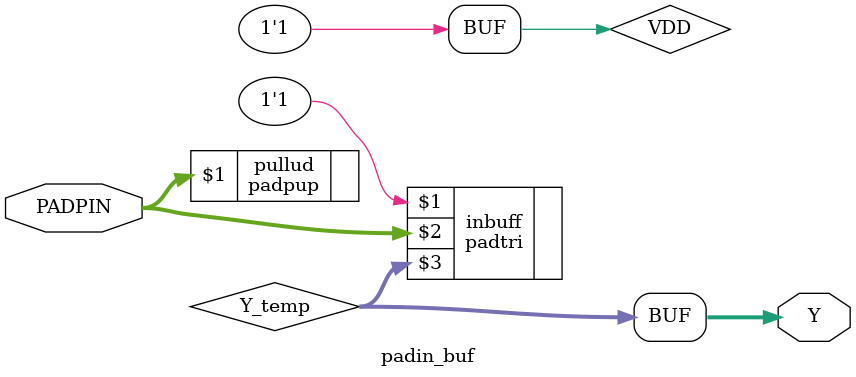
<source format=v>
module padin_buf(PADPIN,Y);
  parameter M = 7;
  parameter N = 0;
  parameter SLIM_FLAG = 0;
  parameter LEVEL_SHIFTING = 0;
  parameter SCHMITT_TRIGGER = 0;
  parameter PULL_TYPE = "None";
  parameter YPITCH = "4MA";
  parameter
        d_PADPIN = 1,
        d_Y = 1;
  inout [M:N] PADPIN;
  output [M:N] Y;
  wire [M:N] PADPIN_temp;
  wire [M:N] Y_temp;
  supply1  VDD;
  assign #(d_Y) Y = Y_temp;
  padpup #(M,N,PULL_TYPE) pullud (PADPIN);
  padtri #(M,N) inbuff (VDD,PADPIN,Y_temp);
endmodule

</source>
